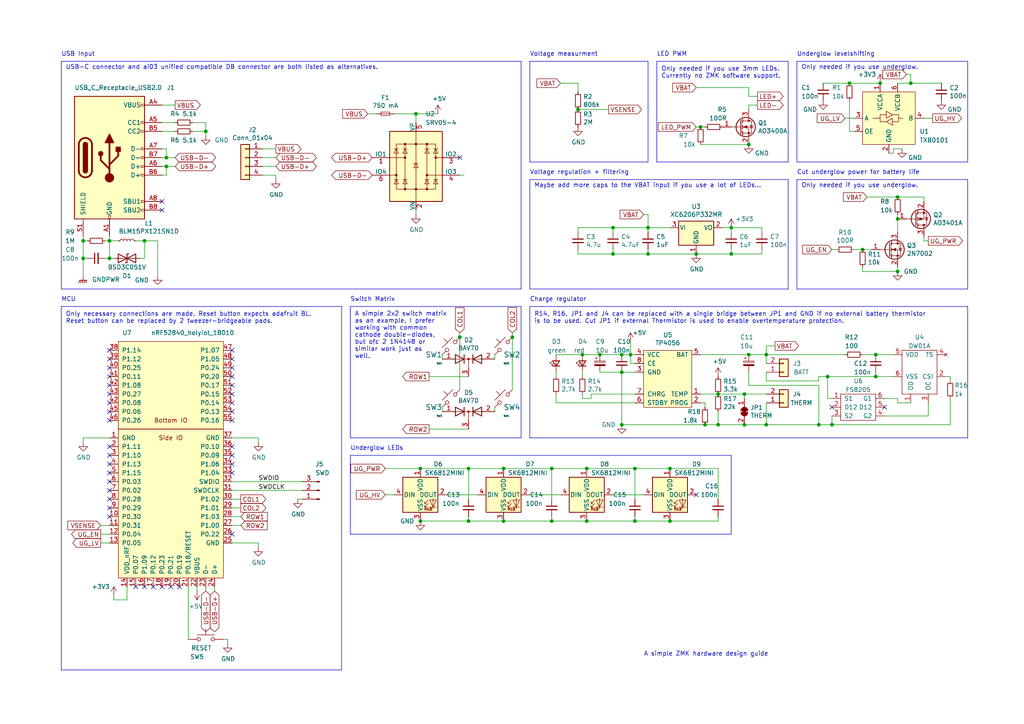
<source format=kicad_sch>
(kicad_sch (version 20211123) (generator eeschema)
  (paper "A4")
  (junction (at 255.27 24.13))
  (junction (at 204.47 123.19))
  (junction (at 208.28 123.19))
  (junction (at 184.15 135.89))
  (junction (at 120.65 33.02))
  (junction (at 212.09 66.04))
  (junction (at 31.75 69.85))
  (junction (at 240.03 109.22))
  (junction (at 24.13 74.93))
  (junction (at 48.26 48.26))
  (junction (at 250.19 72.39))
  (junction (at 217.17 41.91))
  (junction (at 121.92 151.13))
  (junction (at 184.15 151.13))
  (junction (at 260.35 78.74))
  (junction (at 48.26 45.72))
  (junction (at 217.17 102.87))
  (junction (at 170.18 135.89))
  (junction (at 187.96 73.66))
  (junction (at 133.35 97.79))
  (junction (at 241.3 123.19))
  (junction (at 215.9 123.19))
  (junction (at 146.05 135.89))
  (junction (at 222.25 102.87))
  (junction (at 246.38 24.13))
  (junction (at 160.02 151.13))
  (junction (at 182.88 102.87))
  (junction (at 59.69 38.1))
  (junction (at 260.35 57.15))
  (junction (at 168.91 102.87))
  (junction (at 260.35 63.5))
  (junction (at 222.25 123.19))
  (junction (at 31.75 74.93))
  (junction (at 173.99 102.87))
  (junction (at 180.34 123.19))
  (junction (at 148.59 97.79))
  (junction (at 24.13 69.85))
  (junction (at 135.89 135.89))
  (junction (at 177.8 73.66))
  (junction (at 201.93 73.66))
  (junction (at 208.28 114.3))
  (junction (at 146.05 151.13))
  (junction (at 187.96 66.04))
  (junction (at 41.91 69.85))
  (junction (at 212.09 73.66))
  (junction (at 215.9 114.3))
  (junction (at 177.8 66.04))
  (junction (at 135.89 151.13))
  (junction (at 160.02 135.89))
  (junction (at 203.2 36.83))
  (junction (at 180.34 102.87))
  (junction (at 264.16 24.13))
  (junction (at 254 109.22))
  (junction (at 194.31 135.89))
  (junction (at 194.31 151.13))
  (junction (at 121.92 135.89))
  (junction (at 167.64 31.75))
  (junction (at 254 102.87))
  (junction (at 237.49 123.19))
  (junction (at 170.18 151.13))
  (junction (at 180.34 107.95))
  (no_connect (at 41.91 170.18))
  (no_connect (at 44.45 170.18))
  (no_connect (at 46.99 170.18))
  (no_connect (at 49.53 170.18))
  (no_connect (at 52.07 170.18))
  (no_connect (at 39.37 170.18))
  (no_connect (at 256.54 118.11))
  (no_connect (at 201.93 143.51))
  (no_connect (at 31.75 149.86))
  (no_connect (at 133.35 45.72))
  (no_connect (at 46.99 58.42))
  (no_connect (at 241.3 118.11))
  (no_connect (at 46.99 60.96))
  (no_connect (at 67.31 154.94))
  (no_connect (at 67.31 137.16))
  (no_connect (at 67.31 134.62))
  (no_connect (at 67.31 132.08))
  (no_connect (at 67.31 129.54))
  (no_connect (at 67.31 104.14))
  (no_connect (at 67.31 101.6))
  (no_connect (at 31.75 101.6))
  (no_connect (at 67.31 121.92))
  (no_connect (at 67.31 119.38))
  (no_connect (at 31.75 121.92))
  (no_connect (at 31.75 119.38))
  (no_connect (at 67.31 116.84))
  (no_connect (at 67.31 114.3))
  (no_connect (at 67.31 111.76))
  (no_connect (at 67.31 109.22))
  (no_connect (at 67.31 106.68))
  (no_connect (at 31.75 104.14))
  (no_connect (at 31.75 106.68))
  (no_connect (at 31.75 109.22))
  (no_connect (at 31.75 111.76))
  (no_connect (at 31.75 114.3))
  (no_connect (at 31.75 116.84))
  (no_connect (at 31.75 137.16))
  (no_connect (at 31.75 134.62))
  (no_connect (at 31.75 132.08))
  (no_connect (at 31.75 129.54))
  (no_connect (at 31.75 147.32))
  (no_connect (at 31.75 144.78))
  (no_connect (at 31.75 142.24))
  (no_connect (at 31.75 139.7))
  (wire (pts (xy 254 107.95) (xy 254 109.22)))
  (wire (pts (xy 203.2 41.91) (xy 217.17 41.91)))
  (polyline (pts (xy 153.67 52.07) (xy 228.6 52.07)) (stroke (width 0) (type solid)))
  (wire (pts (xy 59.69 170.18) (xy 59.69 171.45)))
  (wire (pts (xy 143.51 118.11) (xy 143.51 119.38)))
  (wire (pts (xy 251.46 57.15) (xy 260.35 57.15)))
  (wire (pts (xy 128.27 118.11) (xy 128.27 119.38)))
  (wire (pts (xy 120.65 33.02) (xy 127 33.02)))
  (wire (pts (xy 45.72 69.85) (xy 45.72 80.01)))
  (wire (pts (xy 180.34 107.95) (xy 184.15 107.95)))
  (polyline (pts (xy 231.14 17.78) (xy 280.67 17.78)) (stroke (width 0) (type solid)))
  (wire (pts (xy 187.96 62.23) (xy 187.96 66.04)))
  (wire (pts (xy 177.8 67.31) (xy 177.8 66.04)))
  (wire (pts (xy 217.17 25.4) (xy 217.17 27.94)))
  (wire (pts (xy 135.89 135.89) (xy 146.05 135.89)))
  (wire (pts (xy 161.29 116.84) (xy 184.15 116.84)))
  (wire (pts (xy 171.45 114.3) (xy 184.15 114.3)))
  (wire (pts (xy 212.09 72.39) (xy 212.09 73.66)))
  (wire (pts (xy 222.25 105.41) (xy 222.25 102.87)))
  (wire (pts (xy 170.18 151.13) (xy 184.15 151.13)))
  (wire (pts (xy 184.15 149.86) (xy 184.15 151.13)))
  (wire (pts (xy 245.11 34.29) (xy 247.65 34.29)))
  (wire (pts (xy 67.31 139.7) (xy 87.63 139.7)))
  (polyline (pts (xy 212.09 154.94) (xy 101.6 154.94)) (stroke (width 0) (type solid)))
  (polyline (pts (xy 231.14 83.82) (xy 280.67 83.82)) (stroke (width 0) (type solid)))
  (wire (pts (xy 48.26 45.72) (xy 46.99 45.72)))
  (wire (pts (xy 260.35 57.15) (xy 267.97 57.15)))
  (wire (pts (xy 209.55 66.04) (xy 212.09 66.04)))
  (wire (pts (xy 29.21 157.48) (xy 31.75 157.48)))
  (wire (pts (xy 59.69 35.56) (xy 59.69 38.1)))
  (polyline (pts (xy 153.67 17.78) (xy 187.96 17.78)) (stroke (width 0) (type solid)))
  (polyline (pts (xy 231.14 52.07) (xy 280.67 52.07)) (stroke (width 0) (type solid)))
  (wire (pts (xy 240.03 115.57) (xy 241.3 115.57)))
  (wire (pts (xy 46.99 38.1) (xy 50.8 38.1)))
  (wire (pts (xy 135.89 151.13) (xy 146.05 151.13)))
  (wire (pts (xy 212.09 67.31) (xy 212.09 66.04)))
  (wire (pts (xy 66.04 186.69) (xy 66.04 185.42)))
  (wire (pts (xy 254 102.87) (xy 259.08 102.87)))
  (wire (pts (xy 201.93 25.4) (xy 217.17 25.4)))
  (wire (pts (xy 184.15 151.13) (xy 194.31 151.13)))
  (wire (pts (xy 31.75 69.85) (xy 34.29 69.85)))
  (wire (pts (xy 161.29 114.3) (xy 161.29 116.84)))
  (polyline (pts (xy 153.67 52.07) (xy 153.67 83.82)) (stroke (width 0) (type solid)))
  (wire (pts (xy 241.3 120.65) (xy 241.3 123.19)))
  (wire (pts (xy 246.38 24.13) (xy 255.27 24.13)))
  (wire (pts (xy 76.2 48.26) (xy 80.01 48.26)))
  (wire (pts (xy 120.65 62.23) (xy 120.65 60.96)))
  (wire (pts (xy 111.76 143.51) (xy 114.3 143.51)))
  (wire (pts (xy 33.02 173.99) (xy 33.02 172.72)))
  (wire (pts (xy 135.89 144.78) (xy 135.89 135.89)))
  (polyline (pts (xy 101.6 88.9) (xy 101.6 127)) (stroke (width 0) (type solid)))
  (wire (pts (xy 24.13 68.58) (xy 24.13 69.85)))
  (wire (pts (xy 184.15 105.41) (xy 182.88 105.41)))
  (wire (pts (xy 30.48 74.93) (xy 31.75 74.93)))
  (wire (pts (xy 220.98 73.66) (xy 220.98 72.39)))
  (wire (pts (xy 264.16 21.59) (xy 264.16 24.13)))
  (wire (pts (xy 180.34 102.87) (xy 182.88 102.87)))
  (polyline (pts (xy 228.6 46.99) (xy 228.6 17.78)) (stroke (width 0) (type solid)))
  (wire (pts (xy 208.28 119.38) (xy 208.28 123.19)))
  (polyline (pts (xy 228.6 52.07) (xy 228.6 83.82)) (stroke (width 0) (type solid)))
  (wire (pts (xy 184.15 144.78) (xy 184.15 135.89)))
  (polyline (pts (xy 151.13 17.78) (xy 151.13 83.82)) (stroke (width 0) (type solid)))
  (polyline (pts (xy 99.06 88.9) (xy 17.78 88.9)) (stroke (width 0) (type solid)))
  (wire (pts (xy 41.91 69.85) (xy 41.91 74.93)))
  (wire (pts (xy 121.92 135.89) (xy 111.76 135.89)))
  (wire (pts (xy 121.92 135.89) (xy 135.89 135.89)))
  (wire (pts (xy 237.49 123.19) (xy 241.3 123.19)))
  (wire (pts (xy 146.05 151.13) (xy 160.02 151.13)))
  (wire (pts (xy 177.8 72.39) (xy 177.8 73.66)))
  (wire (pts (xy 168.91 107.95) (xy 168.91 109.22)))
  (wire (pts (xy 256.54 120.65) (xy 269.24 120.65)))
  (wire (pts (xy 270.51 34.29) (xy 267.97 34.29)))
  (wire (pts (xy 114.3 33.02) (xy 120.65 33.02)))
  (polyline (pts (xy 17.78 194.31) (xy 99.06 194.31)) (stroke (width 0) (type solid)))
  (polyline (pts (xy 190.5 17.78) (xy 228.6 17.78)) (stroke (width 0) (type solid)))
  (wire (pts (xy 260.35 77.47) (xy 260.35 78.74)))
  (wire (pts (xy 177.8 73.66) (xy 167.64 73.66)))
  (wire (pts (xy 187.96 72.39) (xy 187.96 73.66)))
  (wire (pts (xy 237.49 109.22) (xy 240.03 109.22)))
  (wire (pts (xy 240.03 109.22) (xy 240.03 115.57)))
  (wire (pts (xy 167.64 67.31) (xy 167.64 66.04)))
  (wire (pts (xy 194.31 135.89) (xy 208.28 135.89)))
  (wire (pts (xy 201.93 36.83) (xy 203.2 36.83)))
  (wire (pts (xy 182.88 99.06) (xy 182.88 102.87)))
  (wire (pts (xy 76.2 45.72) (xy 80.01 45.72)))
  (wire (pts (xy 74.93 157.48) (xy 67.31 157.48)))
  (wire (pts (xy 148.59 97.79) (xy 148.59 113.03)))
  (wire (pts (xy 46.99 30.48) (xy 50.8 30.48)))
  (wire (pts (xy 204.47 118.11) (xy 204.47 116.84)))
  (wire (pts (xy 186.69 62.23) (xy 187.96 62.23)))
  (wire (pts (xy 241.3 72.39) (xy 242.57 72.39)))
  (wire (pts (xy 275.59 110.49) (xy 275.59 109.22)))
  (polyline (pts (xy 280.67 127) (xy 280.67 88.9)) (stroke (width 0) (type solid)))
  (wire (pts (xy 182.88 105.41) (xy 182.88 102.87)))
  (polyline (pts (xy 17.78 83.82) (xy 17.78 17.78)) (stroke (width 0) (type solid)))
  (wire (pts (xy 31.75 69.85) (xy 31.75 68.58)))
  (wire (pts (xy 267.97 69.85) (xy 267.97 68.58)))
  (wire (pts (xy 160.02 149.86) (xy 160.02 151.13)))
  (wire (pts (xy 208.28 123.19) (xy 215.9 123.19)))
  (wire (pts (xy 224.79 100.33) (xy 222.25 100.33)))
  (wire (pts (xy 250.19 102.87) (xy 254 102.87)))
  (wire (pts (xy 133.35 97.79) (xy 133.35 113.03)))
  (wire (pts (xy 74.93 158.75) (xy 74.93 157.48)))
  (wire (pts (xy 160.02 151.13) (xy 170.18 151.13)))
  (wire (pts (xy 215.9 115.57) (xy 215.9 114.3)))
  (wire (pts (xy 57.15 171.45) (xy 57.15 170.18)))
  (polyline (pts (xy 153.67 88.9) (xy 280.67 88.9)) (stroke (width 0) (type solid)))
  (wire (pts (xy 167.64 31.75) (xy 176.53 31.75)))
  (wire (pts (xy 187.96 73.66) (xy 201.93 73.66)))
  (polyline (pts (xy 280.67 17.78) (xy 280.67 46.99)) (stroke (width 0) (type solid)))
  (wire (pts (xy 260.35 115.57) (xy 260.35 116.84)))
  (wire (pts (xy 66.04 185.42) (xy 64.77 185.42)))
  (wire (pts (xy 76.2 43.18) (xy 80.01 43.18)))
  (wire (pts (xy 173.99 107.95) (xy 180.34 107.95)))
  (wire (pts (xy 36.83 173.99) (xy 36.83 170.18)))
  (wire (pts (xy 168.91 115.57) (xy 171.45 115.57)))
  (wire (pts (xy 69.85 144.78) (xy 67.31 144.78)))
  (wire (pts (xy 208.28 151.13) (xy 208.28 149.86)))
  (wire (pts (xy 264.16 21.59) (xy 262.89 21.59)))
  (wire (pts (xy 46.99 50.8) (xy 48.26 50.8)))
  (polyline (pts (xy 231.14 46.99) (xy 231.14 17.78)) (stroke (width 0) (type solid)))
  (wire (pts (xy 160.02 135.89) (xy 170.18 135.89)))
  (wire (pts (xy 256.54 115.57) (xy 260.35 115.57)))
  (polyline (pts (xy 280.67 46.99) (xy 231.14 46.99)) (stroke (width 0) (type solid)))
  (polyline (pts (xy 151.13 88.9) (xy 151.13 127)) (stroke (width 0) (type solid)))
  (wire (pts (xy 173.99 102.87) (xy 180.34 102.87)))
  (polyline (pts (xy 101.6 154.94) (xy 101.6 132.08)) (stroke (width 0) (type solid)))
  (wire (pts (xy 275.59 115.57) (xy 275.59 123.19)))
  (wire (pts (xy 269.24 120.65) (xy 269.24 116.84)))
  (wire (pts (xy 161.29 107.95) (xy 161.29 109.22)))
  (wire (pts (xy 106.68 33.02) (xy 109.22 33.02)))
  (wire (pts (xy 121.92 151.13) (xy 135.89 151.13)))
  (wire (pts (xy 162.56 24.13) (xy 167.64 24.13)))
  (polyline (pts (xy 187.96 17.78) (xy 187.96 46.99)) (stroke (width 0) (type solid)))
  (wire (pts (xy 80.01 50.8) (xy 80.01 52.07)))
  (wire (pts (xy 31.75 74.93) (xy 33.02 74.93)))
  (wire (pts (xy 167.64 24.13) (xy 167.64 26.67)))
  (wire (pts (xy 48.26 48.26) (xy 50.8 48.26)))
  (polyline (pts (xy 280.67 83.82) (xy 280.67 52.07)) (stroke (width 0) (type solid)))
  (wire (pts (xy 220.98 67.31) (xy 220.98 66.04)))
  (polyline (pts (xy 153.67 127) (xy 280.67 127)) (stroke (width 0) (type solid)))
  (wire (pts (xy 69.85 152.4) (xy 67.31 152.4)))
  (wire (pts (xy 45.72 69.85) (xy 41.91 69.85)))
  (wire (pts (xy 260.35 24.13) (xy 264.16 24.13)))
  (wire (pts (xy 203.2 114.3) (xy 208.28 114.3)))
  (wire (pts (xy 76.2 50.8) (xy 80.01 50.8)))
  (wire (pts (xy 40.64 74.93) (xy 41.91 74.93)))
  (wire (pts (xy 275.59 123.19) (xy 241.3 123.19)))
  (wire (pts (xy 250.19 78.74) (xy 250.19 77.47)))
  (polyline (pts (xy 101.6 88.9) (xy 151.13 88.9)) (stroke (width 0) (type solid)))
  (polyline (pts (xy 228.6 46.99) (xy 190.5 46.99)) (stroke (width 0) (type solid)))
  (wire (pts (xy 33.02 173.99) (xy 36.83 173.99)))
  (wire (pts (xy 46.99 48.26) (xy 48.26 48.26)))
  (wire (pts (xy 30.48 69.85) (xy 31.75 69.85)))
  (polyline (pts (xy 231.14 52.07) (xy 231.14 83.82)) (stroke (width 0) (type solid)))
  (wire (pts (xy 177.8 143.51) (xy 186.69 143.51)))
  (wire (pts (xy 259.08 43.18) (xy 259.08 44.45)))
  (wire (pts (xy 222.25 110.49) (xy 237.49 110.49)))
  (wire (pts (xy 177.8 66.04) (xy 187.96 66.04)))
  (polyline (pts (xy 99.06 194.31) (xy 99.06 88.9)) (stroke (width 0) (type solid)))
  (wire (pts (xy 129.54 143.51) (xy 138.43 143.51)))
  (wire (pts (xy 46.99 35.56) (xy 50.8 35.56)))
  (wire (pts (xy 201.93 73.66) (xy 212.09 73.66)))
  (wire (pts (xy 246.38 29.21) (xy 246.38 38.1)))
  (wire (pts (xy 24.13 69.85) (xy 25.4 69.85)))
  (wire (pts (xy 264.16 24.13) (xy 273.05 24.13)))
  (wire (pts (xy 254 109.22) (xy 240.03 109.22)))
  (wire (pts (xy 180.34 123.19) (xy 204.47 123.19)))
  (wire (pts (xy 74.93 127) (xy 67.31 127)))
  (wire (pts (xy 203.2 36.83) (xy 204.47 36.83)))
  (wire (pts (xy 31.75 127) (xy 24.13 127)))
  (wire (pts (xy 167.64 66.04) (xy 177.8 66.04)))
  (wire (pts (xy 180.34 107.95) (xy 180.34 123.19)))
  (wire (pts (xy 69.85 149.86) (xy 67.31 149.86)))
  (wire (pts (xy 50.8 45.72) (xy 48.26 45.72)))
  (wire (pts (xy 217.17 107.95) (xy 217.17 111.76)))
  (wire (pts (xy 24.13 74.93) (xy 24.13 80.01)))
  (wire (pts (xy 267.97 57.15) (xy 267.97 58.42)))
  (wire (pts (xy 237.49 110.49) (xy 237.49 109.22)))
  (wire (pts (xy 31.75 69.85) (xy 31.75 74.93)))
  (polyline (pts (xy 190.5 17.78) (xy 190.5 46.99)) (stroke (width 0) (type solid)))
  (wire (pts (xy 215.9 114.3) (xy 222.25 114.3)))
  (polyline (pts (xy 153.67 83.82) (xy 228.6 83.82)) (stroke (width 0) (type solid)))
  (wire (pts (xy 187.96 67.31) (xy 187.96 66.04)))
  (wire (pts (xy 275.59 109.22) (xy 274.32 109.22)))
  (wire (pts (xy 160.02 144.78) (xy 160.02 135.89)))
  (wire (pts (xy 222.25 123.19) (xy 237.49 123.19)))
  (wire (pts (xy 208.28 144.78) (xy 208.28 135.89)))
  (wire (pts (xy 168.91 114.3) (xy 168.91 115.57)))
  (polyline (pts (xy 212.09 132.08) (xy 212.09 154.94)) (stroke (width 0) (type solid)))
  (wire (pts (xy 135.89 124.46) (xy 124.46 124.46)))
  (wire (pts (xy 182.88 102.87) (xy 184.15 102.87)))
  (wire (pts (xy 222.25 107.95) (xy 222.25 110.49)))
  (wire (pts (xy 184.15 135.89) (xy 194.31 135.89)))
  (wire (pts (xy 260.35 116.84) (xy 264.16 116.84)))
  (wire (pts (xy 261.62 43.18) (xy 259.08 43.18)))
  (wire (pts (xy 217.17 111.76) (xy 237.49 111.76)))
  (wire (pts (xy 46.99 43.18) (xy 48.26 43.18)))
  (wire (pts (xy 120.65 33.02) (xy 120.65 35.56)))
  (polyline (pts (xy 151.13 83.82) (xy 17.78 83.82)) (stroke (width 0) (type solid)))
  (wire (pts (xy 55.88 35.56) (xy 59.69 35.56)))
  (polyline (pts (xy 17.78 88.9) (xy 17.78 194.31)) (stroke (width 0) (type solid)))
  (wire (pts (xy 41.91 69.85) (xy 39.37 69.85)))
  (wire (pts (xy 133.35 96.52) (xy 133.35 97.79)))
  (wire (pts (xy 24.13 69.85) (xy 24.13 74.93)))
  (wire (pts (xy 237.49 111.76) (xy 237.49 123.19)))
  (wire (pts (xy 59.69 39.37) (xy 59.69 38.1)))
  (wire (pts (xy 217.17 27.94) (xy 219.71 27.94)))
  (polyline (pts (xy 101.6 132.08) (xy 212.09 132.08)) (stroke (width 0) (type solid)))
  (wire (pts (xy 260.35 78.74) (xy 250.19 78.74)))
  (wire (pts (xy 24.13 74.93) (xy 25.4 74.93)))
  (wire (pts (xy 259.08 44.45) (xy 257.81 44.45)))
  (wire (pts (xy 246.38 38.1) (xy 247.65 38.1)))
  (wire (pts (xy 217.17 102.87) (xy 222.25 102.87)))
  (wire (pts (xy 203.2 102.87) (xy 217.17 102.87)))
  (wire (pts (xy 29.21 154.94) (xy 31.75 154.94)))
  (wire (pts (xy 222.25 102.87) (xy 245.11 102.87)))
  (polyline (pts (xy 17.78 17.78) (xy 151.13 17.78)) (stroke (width 0) (type solid)))
  (wire (pts (xy 204.47 123.19) (xy 208.28 123.19)))
  (wire (pts (xy 134.62 50.8) (xy 133.35 50.8)))
  (wire (pts (xy 161.29 102.87) (xy 168.91 102.87)))
  (wire (pts (xy 217.17 30.48) (xy 219.71 30.48)))
  (wire (pts (xy 177.8 73.66) (xy 187.96 73.66)))
  (wire (pts (xy 260.35 67.31) (xy 260.35 63.5)))
  (wire (pts (xy 204.47 116.84) (xy 203.2 116.84)))
  (wire (pts (xy 62.23 170.18) (xy 62.23 171.45)))
  (wire (pts (xy 87.63 142.24) (xy 67.31 142.24)))
  (wire (pts (xy 146.05 135.89) (xy 160.02 135.89)))
  (wire (pts (xy 48.26 43.18) (xy 48.26 45.72)))
  (wire (pts (xy 48.26 50.8) (xy 48.26 48.26)))
  (wire (pts (xy 29.21 152.4) (xy 31.75 152.4)))
  (wire (pts (xy 87.63 144.78) (xy 86.36 144.78)))
  (wire (pts (xy 208.28 114.3) (xy 215.9 114.3)))
  (wire (pts (xy 128.27 102.87) (xy 128.27 104.14)))
  (wire (pts (xy 59.69 38.1) (xy 55.88 38.1)))
  (wire (pts (xy 74.93 128.27) (xy 74.93 127)))
  (wire (pts (xy 54.61 185.42) (xy 54.61 170.18)))
  (wire (pts (xy 168.91 102.87) (xy 173.99 102.87)))
  (polyline (pts (xy 153.67 17.78) (xy 153.67 46.99)) (stroke (width 0) (type solid)))
  (wire (pts (xy 171.45 115.57) (xy 171.45 114.3)))
  (wire (pts (xy 222.25 116.84) (xy 222.25 123.19)))
  (polyline (pts (xy 153.67 88.9) (xy 153.67 127)) (stroke (width 0) (type solid)))
  (wire (pts (xy 24.13 127) (xy 24.13 128.27)))
  (wire (pts (xy 215.9 123.19) (xy 222.25 123.19)))
  (wire (pts (xy 260.35 62.23) (xy 260.35 63.5)))
  (wire (pts (xy 170.18 135.89) (xy 184.15 135.89)))
  (wire (pts (xy 222.25 100.33) (xy 222.25 102.87)))
  (polyline (pts (xy 187.96 46.99) (xy 153.67 46.99)) (stroke (width 0) (type solid)))
  (wire (pts (xy 269.24 69.85) (xy 267.97 69.85)))
  (wire (pts (xy 135.89 109.22) (xy 124.46 109.22)))
  (wire (pts (xy 143.51 102.87) (xy 143.51 104.14)))
  (wire (pts (xy 250.19 72.39) (xy 252.73 72.39)))
  (wire (pts (xy 69.85 147.32) (xy 67.31 147.32)))
  (wire (pts (xy 187.96 66.04) (xy 194.31 66.04)))
  (wire (pts (xy 148.59 96.52) (xy 148.59 97.79)))
  (wire (pts (xy 220.98 66.04) (xy 212.09 66.04)))
  (wire (pts (xy 217.17 30.48) (xy 217.17 31.75)))
  (wire (pts (xy 135.89 149.86) (xy 135.89 151.13)))
  (wire (pts (xy 254 109.22) (xy 259.08 109.22)))
  (wire (pts (xy 167.64 73.66) (xy 167.64 72.39)))
  (polyline (pts (xy 151.13 127) (xy 101.6 127)) (stroke (width 0) (type solid)))
  (wire (pts (xy 247.65 72.39) (xy 250.19 72.39)))
  (wire (pts (xy 194.31 151.13) (xy 208.28 151.13)))
  (wire (pts (xy 153.67 143.51) (xy 162.56 143.51)))
  (wire (pts (xy 246.38 24.13) (xy 238.76 24.13)))
  (wire (pts (xy 212.09 73.66) (xy 220.98 73.66)))
  (text "R14, R16, JP1 and J4 can be replaced with a single bridge between JP1 and GND if no external battery thermistor \nis to be used. Cut JP1 if external Thermistor is used to enable overtemperature protection." (at 154.94 93.98 0) (effects (font (size 1.27 1.27)) (justify left bottom)))
  (text "Voltage measurment" (at 153.67 16.51 0) (effects (font (size 1.27 1.27)) (justify left bottom)))
  (text "Maybe add more caps to the VBAT input if you use a lot of LEDs..." (at 154.94 54.61 0) (effects (font (size 1.27 1.27)) (justify left bottom)))
  (text "Voltage regulation + filtering" (at 153.67 50.8 0) (effects (font (size 1.27 1.27)) (justify left bottom)))
  (text "Only needed if you use 3mm LEDs.\nCurrently no ZMK software support." (at 191.77 22.86 0) (effects (font (size 1.27 1.27)) (justify left bottom)))
  (text "Charge regulator" (at 153.67 87.63 0) (effects (font (size 1.27 1.27)) (justify left bottom)))
  (text "Only necessary connections are made. Reset button expects adafruit BL.\nReset button can be replaced by 2 tweezer-bridgeable pads." (at 19.05 93.98 0) (effects (font (size 1.27 1.27)) (justify left bottom)))
  (text "A simple 2x2 switch matrix \nas an example. I prefer \nworking with common \ncathode double-diodes, \nbut ofc 2 1N4148 or \nsimilar work just as \nwell." (at 102.87 104.14 0) (effects (font (size 1.27 1.27)) (justify left bottom)))
  (text "Cut underglow power for battery life" (at 231.14 50.8 0) (effects (font (size 1.27 1.27)) (justify left bottom)))
  (text "Underglow LEDs" (at 101.6 130.81 0) (effects (font (size 1.27 1.27)) (justify left bottom)))
  (text "Switch Matrix" (at 101.6 87.63 0) (effects (font (size 1.27 1.27)) (justify left bottom)))
  (text "USB-C connector and ai03 unified compatible DB connector are both listed as alternatives." (at 19.05 20.32 0) (effects (font (size 1.27 1.27)) (justify left bottom)))
  (text "MCU" (at 17.78 87.63 0) (effects (font (size 1.27 1.27)) (justify left bottom)))
  (text "Only needed if you use underglow." (at 232.41 54.61 0) (effects (font (size 1.27 1.27)) (justify left bottom)))
  (text "A simple ZMK hardware design guide" (at 186.69 190.5 0) (effects (font (size 1.27 1.27)) (justify left bottom)))
  (text "USB Input" (at 17.78 16.51 0) (effects (font (size 1.27 1.27)) (justify left bottom)))
  (text "Underglow levelshifting" (at 231.14 16.51 0) (effects (font (size 1.27 1.27)) (justify left bottom)))
  (text "Only needed if you use underglow." (at 232.41 20.32 0) (effects (font (size 1.27 1.27)) (justify left bottom)))
  (text "LED PWM" (at 190.5 16.51 0) (effects (font (size 1.27 1.27)) (justify left bottom)))
  (label "SWDCLK" (at 74.93 142.24 0))
  (label "SWDIO" (at 74.93 139.7 0))
  (global_label "COL1" (shape output) (at 69.85 144.78 0) (property "Intersheet References" "${INTERSHEET_REFS}" (effects hide)))
  (global_label "ROW2" (shape output) (at 124.46 124.46 180) (property "Intersheet References" "${INTERSHEET_REFS}" (effects hide)))
  (global_label "UG_HV" (shape input) (at 111.76 143.51 180) (property "Intersheet References" "${INTERSHEET_REFS}" (effects hide)))
  (global_label "UG_EN" (shape output) (at 29.21 154.94 180) (property "Intersheet References" "${INTERSHEET_REFS}" (effects hide)))
  (global_label "COL2" (shape output) (at 69.85 147.32 0) (property "Intersheet References" "${INTERSHEET_REFS}" (effects hide)))
  (global_label "VBUS" (shape input) (at 106.68 33.02 180) (property "Intersheet References" "${INTERSHEET_REFS}" (effects hide)))
  (global_label "LED+" (shape output) (at 219.71 27.94 0) (property "Intersheet References" "${INTERSHEET_REFS}" (effects hide)))
  (global_label "USB-D-" (shape bidirectional) (at 50.8 45.72 0) (property "Intersheet References" "${INTERSHEET_REFS}" (effects hide)))
  (global_label "UG_HV" (shape output) (at 270.51 34.29 0) (property "Intersheet References" "${INTERSHEET_REFS}" (effects hide)))
  (global_label "LED-" (shape output) (at 219.71 30.48 0) (property "Intersheet References" "${INTERSHEET_REFS}" (effects hide)))
  (global_label "VBAT" (shape input) (at 262.89 21.59 180) (property "Intersheet References" "${INTERSHEET_REFS}" (effects hide)))
  (global_label "COL1" (shape input) (at 133.35 96.52 90) (property "Intersheet References" "${INTERSHEET_REFS}" (effects hide)))
  (global_label "USB-D+" (shape bidirectional) (at 50.8 48.26 0) (property "Intersheet References" "${INTERSHEET_REFS}" (effects hide)))
  (global_label "COL2" (shape input) (at 148.59 96.52 90) (property "Intersheet References" "${INTERSHEET_REFS}" (effects hide)))
  (global_label "ROW2" (shape input) (at 69.85 152.4 0) (property "Intersheet References" "${INTERSHEET_REFS}" (effects hide)))
  (global_label "ROW1" (shape input) (at 69.85 149.86 0) (property "Intersheet References" "${INTERSHEET_REFS}" (effects hide)))
  (global_label "VSENSE" (shape output) (at 176.53 31.75 0) (property "Intersheet References" "${INTERSHEET_REFS}" (effects hide)))
  (global_label "ROW1" (shape output) (at 124.46 109.22 180) (property "Intersheet References" "${INTERSHEET_REFS}" (effects hide)))
  (global_label "USB-D-" (shape bidirectional) (at 80.01 45.72 0) (property "Intersheet References" "${INTERSHEET_REFS}" (effects hide)))
  (global_label "VBAT" (shape input) (at 251.46 57.15 180) (property "Intersheet References" "${INTERSHEET_REFS}" (effects hide)))
  (global_label "USB-D+" (shape bidirectional) (at 80.01 48.26 0) (property "Intersheet References" "${INTERSHEET_REFS}" (effects hide)))
  (global_label "VBAT" (shape input) (at 186.69 62.23 180) (property "Intersheet References" "${INTERSHEET_REFS}" (effects hide)))
  (global_label "UG_LV" (shape output) (at 29.21 157.48 180) (property "Intersheet References" "${INTERSHEET_REFS}" (effects hide)))
  (global_label "VBAT" (shape input) (at 162.56 24.13 180) (property "Intersheet References" "${INTERSHEET_REFS}" (effects hide)))
  (global_label "UG_EN" (shape input) (at 241.3 72.39 180) (property "Intersheet References" "${INTERSHEET_REFS}" (effects hide)))
  (global_label "UG_LV" (shape input) (at 245.11 34.29 180) (property "Intersheet References" "${INTERSHEET_REFS}" (effects hide)))
  (global_label "USB-D-" (shape bidirectional) (at 59.69 171.45 270) (property "Intersheet References" "${INTERSHEET_REFS}" (effects hide)))
  (global_label "VBUS" (shape output) (at 50.8 30.48 0) (property "Intersheet References" "${INTERSHEET_REFS}" (effects hide)))
  (global_label "UG_PWR" (shape output) (at 269.24 69.85 0) (property "Intersheet References" "${INTERSHEET_REFS}" (effects hide)))
  (global_label "LED_PWM" (shape input) (at 201.93 36.83 180) (property "Intersheet References" "${INTERSHEET_REFS}" (effects hide)))
  (global_label "USB-D-" (shape bidirectional) (at 107.95 50.8 180) (property "Intersheet References" "${INTERSHEET_REFS}" (effects hide)))
  (global_label "USB-D+" (shape bidirectional) (at 107.95 45.72 180) (property "Intersheet References" "${INTERSHEET_REFS}" (effects hide)))
  (global_label "UG_PWR" (shape input) (at 111.76 135.89 180) (property "Intersheet References" "${INTERSHEET_REFS}" (effects hide)))
  (global_label "VSENSE" (shape input) (at 29.21 152.4 180) (property "Intersheet References" "${INTERSHEET_REFS}" (effects hide)))
  (global_label "VBAT" (shape input) (at 201.93 25.4 180) (property "Intersheet References" "${INTERSHEET_REFS}" (effects hide)))
  (global_label "VBUS" (shape output) (at 80.01 43.18 0) (property "Intersheet References" "${INTERSHEET_REFS}" (effects hide)))
  (global_label "USB-D+" (shape bidirectional) (at 62.23 171.45 270) (property "Intersheet References" "${INTERSHEET_REFS}" (effects hide)))
  (global_label "VBAT" (shape output) (at 224.79 100.33 0) (property "Intersheet References" "${INTERSHEET_REFS}" (effects hide)))
  (symbol (lib_id "power:+3.3V") (at 212.09 66.04 0) (unit 1)
    (property "Reference" "#PWR011" (effects hide))
    (property "Value" "+3.3V" (at 215.9 63.5 0))
  )
  (symbol (lib_id "power:GND") (at 201.93 73.66 0) (unit 1)
    (property "Reference" "#PWR012" (effects hide))
    (property "Value" "GND" (at 202.057 78.0542 0))
  )
  (symbol (lib_id "Regulator_Linear:XC6206PxxxMR") (at 201.93 66.04 0) (unit 1)
    (property "Reference" "U3" (at 201.93 59.8932 0))
    (property "Value" "XC6206P332MR" (at 201.93 62.2046 0))
    (property "Footprint" "Package_TO_SOT_SMD:SOT-23" (effects hide))
    (property "Datasheet" "https://www.torexsemi.com/file/xc6206/XC6206.pdf" (effects hide))
    (property "LCSC" "C5446" (effects hide))
  )
  (symbol (lib_id "Device:C_Small") (at 187.96 69.85 0) (unit 1)
    (property "Reference" "C5" (at 190.2968 68.6816 0) (effects (justify left)))
    (property "Value" "1uF" (at 190.2968 70.993 0) (effects (justify left)))
    (property "Footprint" "Capacitor_SMD:C_0603_1608Metric_Pad1.05x0.95mm_HandSolder" (effects hide))
    (property "LCSC" "C52923" (effects hide))
  )
  (symbol (lib_id "Device:C_Small") (at 212.09 69.85 0) (unit 1)
    (property "Reference" "C6" (at 214.4268 68.6816 0) (effects (justify left)))
    (property "Value" "1uF" (at 214.4268 70.993 0) (effects (justify left)))
    (property "Footprint" "Capacitor_SMD:C_0603_1608Metric_Pad1.05x0.95mm_HandSolder" (effects hide))
    (property "LCSC" "C52923" (effects hide))
  )
  (symbol (lib_id "Device:R_Small") (at 207.01 36.83 90) (mirror x) (unit 1)
    (property "Reference" "R5" (at 210.82 31.75 90) (effects (justify left)))
    (property "Value" "100R" (at 210.82 34.29 90) (effects (justify left)))
    (property "Footprint" "Resistor_SMD:R_0603_1608Metric_Pad1.05x0.95mm_HandSolder" (effects hide))
    (property "LCSC" "C25076" (effects hide))
  )
  (symbol (lib_id "Device:Q_NMOS_GSD") (at 214.63 36.83 0) (unit 1)
    (property "Reference" "Q1" (at 219.837 35.6616 0) (effects (justify left)))
    (property "Value" "AO3400A" (at 219.837 37.973 0) (effects (justify left)))
    (property "Footprint" "Package_TO_SOT_SMD:SOT-23" (effects hide))
    (property "Datasheet" "https://datasheet.lcsc.com/szlcsc/Alpha-Omega-Semicon-AOS-AO3400A_C20917.pdf" (effects hide))
    (property "LCSC" "C20917" (effects hide))
  )
  (symbol (lib_id "power:GND") (at 217.17 41.91 0) (unit 1)
    (property "Reference" "#PWR07" (effects hide))
    (property "Value" "GND" (at 220.98 44.45 0))
  )
  (symbol (lib_id "Device:C_Small") (at 177.8 69.85 0) (unit 1)
    (property "Reference" "C4" (at 180.1368 68.6816 0) (effects (justify left)))
    (property "Value" "4.7uF" (at 180.1368 70.993 0) (effects (justify left)))
    (property "Footprint" "Capacitor_SMD:C_0603_1608Metric_Pad1.05x0.95mm_HandSolder" (effects hide))
    (property "LCSC" "C23733" (effects hide))
  )
  (symbol (lib_id "Device:C_Small") (at 167.64 69.85 0) (unit 1)
    (property "Reference" "C3" (at 169.9768 68.6816 0) (effects (justify left)))
    (property "Value" "4.7u" (at 169.9768 70.993 0) (effects (justify left)))
    (property "Footprint" "Capacitor_SMD:C_0603_1608Metric_Pad1.05x0.95mm_HandSolder" (effects hide))
    (property "LCSC" "C7171" (effects hide))
  )
  (symbol (lib_id "marbastlib-various:nRF52840_holyiot_18010") (at 49.53 133.35 0) (unit 1)
    (property "Reference" "U7" (at 36.83 96.52 0))
    (property "Value" "nRF52840_holyiot_18010" (at 55.88 96.52 0))
    (property "Footprint" "marbastlib-various:nRF52840_holyiot_18010" (effects hide))
    (property "Datasheet" "http://www.holyiot.com/tp/2019042516322180424.pdf" (effects hide))
  )
  (symbol (lib_id "marbastlib-various:TXB0101") (at 257.81 36.83 0) (unit 1)
    (property "Reference" "U1" (at 266.7 38.1 0) (effects (justify left)))
    (property "Value" "TXB0101" (at 266.7 40.64 0) (effects (justify left)))
    (property "Footprint" "Package_TO_SOT_SMD:SOT-363_SC-70-6_Handsoldering" (effects hide))
    (property "Datasheet" "https://datasheet.lcsc.com/szlcsc/Texas-Instruments-TI-TXB0101DCKR_C324081.pdf" (effects hide))
    (property "LCSC" "C324081" (effects hide))
  )
  (symbol (lib_id "power:GND") (at 24.13 128.27 0) (unit 1)
    (property "Reference" "#PWR019" (effects hide))
    (property "Value" "GND" (at 24.257 132.6642 0))
  )
  (symbol (lib_id "power:+3.3V") (at 255.27 24.13 0) (unit 1)
    (property "Reference" "#PWR01" (effects hide))
    (property "Value" "+3.3V" (at 251.46 21.59 0))
  )
  (symbol (lib_id "power:GND") (at 261.62 43.18 0) (unit 1)
    (property "Reference" "#PWR08" (effects hide))
    (property "Value" "GND" (at 265.43 45.72 0))
  )
  (symbol (lib_id "power:GND") (at 86.36 144.78 0) (unit 1)
    (property "Reference" "#PWR021" (effects hide))
    (property "Value" "GND" (at 86.487 149.1742 0))
  )
  (symbol (lib_id "power:+3.3V") (at 33.02 172.72 0) (unit 1)
    (property "Reference" "#PWR025" (effects hide))
    (property "Value" "+3.3V" (at 29.21 170.18 0))
  )
  (symbol (lib_id "Device:R_Small") (at 246.38 26.67 180) (unit 1)
    (property "Reference" "R1" (at 241.3 25.4 0) (effects (justify right)))
    (property "Value" "10k" (at 241.3 27.94 0) (effects (justify right)))
    (property "Footprint" "Resistor_SMD:R_0603_1608Metric_Pad1.05x0.95mm_HandSolder" (effects hide))
  )
  (symbol (lib_id "Device:C_Small") (at 238.76 26.67 0) (unit 1)
    (property "Reference" "C1" (at 232.41 25.4 0) (effects (justify left)))
    (property "Value" "100n" (at 232.41 27.94 0) (effects (justify left)))
    (property "Footprint" "Capacitor_SMD:C_0603_1608Metric_Pad1.05x0.95mm_HandSolder" (effects hide))
  )
  (symbol (lib_id "Device:C_Small") (at 273.05 26.67 0) (unit 1)
    (property "Reference" "C2" (at 275.3868 25.5016 0) (effects (justify left)))
    (property "Value" "100n" (at 275.3868 27.813 0) (effects (justify left)))
    (property "Footprint" "Capacitor_SMD:C_0603_1608Metric_Pad1.05x0.95mm_HandSolder" (effects hide))
  )
  (symbol (lib_id "power:GND") (at 273.05 29.21 0) (unit 1)
    (property "Reference" "#PWR03" (effects hide))
    (property "Value" "GND" (at 276.86 31.75 0))
  )
  (symbol (lib_id "power:GND") (at 238.76 29.21 0) (unit 1)
    (property "Reference" "#PWR02" (effects hide))
    (property "Value" "GND" (at 234.95 31.75 0))
  )
  (symbol (lib_id "Device:R_Small") (at 203.2 39.37 0) (unit 1)
    (property "Reference" "R7" (at 196.85 39.37 0) (effects (justify left)))
    (property "Value" "10k" (at 198.12 41.91 0) (effects (justify left)))
    (property "Footprint" "Resistor_SMD:R_0603_1608Metric_Pad1.05x0.95mm_HandSolder" (effects hide))
    (property "LCSC" "C25744" (effects hide))
  )
  (symbol (lib_id "Connector:Conn_01x03_Male") (at 92.71 142.24 180) (unit 1)
    (property "Reference" "J5" (at 91.44 134.62 0) (effects (justify right)))
    (property "Value" "SWD" (at 91.44 137.16 0) (effects (justify right)))
    (property "Footprint" "Connector_PinHeader_2.54mm:PinHeader_1x03_P2.54mm_Vertical" (effects hide))
  )
  (symbol (lib_id "Transistor_FET:2N7002") (at 257.81 72.39 0) (unit 1)
    (property "Reference" "Q3" (at 262.9916 71.2216 0) (effects (justify left)))
    (property "Value" "2N7002" (at 262.9916 73.533 0) (effects (justify left)))
    (property "Footprint" "Package_TO_SOT_SMD:SOT-23" (effects hide))
    (property "Datasheet" "https://www.onsemi.com/pub/Collateral/NDS7002A-D.PDF" (effects hide))
  )
  (symbol (lib_id "Transistor_FET:AO3401A") (at 265.43 63.5 0) (mirror x) (unit 1)
    (property "Reference" "Q2" (at 270.637 62.3316 0) (effects (justify left)))
    (property "Value" "AO3401A" (at 270.637 64.643 0) (effects (justify left)))
    (property "Footprint" "Package_TO_SOT_SMD:SOT-23" (effects hide))
    (property "Datasheet" "http://www.aosmd.com/pdfs/datasheet/AO3401A.pdf" (effects hide))
  )
  (symbol (lib_id "Device:R_Small") (at 260.35 59.69 180) (unit 1)
    (property "Reference" "R8" (at 255.27 58.42 0) (effects (justify right)))
    (property "Value" "10k" (at 255.27 60.96 0) (effects (justify right)))
    (property "Footprint" "Resistor_SMD:R_0603_1608Metric_Pad1.05x0.95mm_HandSolder" (effects hide))
  )
  (symbol (lib_id "Device:R_Small") (at 250.19 74.93 0) (unit 1)
    (property "Reference" "R11" (at 251.6886 73.7616 0) (effects (justify left)))
    (property "Value" "10k" (at 251.6886 76.073 0) (effects (justify left)))
    (property "Footprint" "Resistor_SMD:R_0603_1608Metric_Pad1.05x0.95mm_HandSolder" (effects hide))
  )
  (symbol (lib_id "Device:R_Small") (at 245.11 72.39 270) (unit 1)
    (property "Reference" "R10" (at 245.11 67.4116 90))
    (property "Value" "100R" (at 245.11 69.723 90))
    (property "Footprint" "Resistor_SMD:R_0603_1608Metric_Pad1.05x0.95mm_HandSolder" (effects hide))
  )
  (symbol (lib_id "power:GND") (at 260.35 78.74 0) (unit 1)
    (property "Reference" "#PWR013" (effects hide))
    (property "Value" "GND" (at 264.16 78.74 0))
  )
  (symbol (lib_id "Device:R_Small") (at 167.64 34.29 0) (unit 1)
    (property "Reference" "R3" (at 169.1386 33.1216 0) (effects (justify left)))
    (property "Value" "2M" (at 169.1386 35.433 0) (effects (justify left)))
    (property "Footprint" "Resistor_SMD:R_0603_1608Metric_Pad1.05x0.95mm_HandSolder" (effects hide))
  )
  (symbol (lib_id "Device:R_Small") (at 167.64 29.21 0) (unit 1)
    (property "Reference" "R2" (at 169.1386 28.0416 0) (effects (justify left)))
    (property "Value" "806k" (at 169.1386 30.353 0) (effects (justify left)))
    (property "Footprint" "Resistor_SMD:R_0603_1608Metric_Pad1.05x0.95mm_HandSolder" (effects hide))
  )
  (symbol (lib_id "power:GND") (at 167.64 36.83 0) (unit 1)
    (property "Reference" "#PWR05" (effects hide))
    (property "Value" "GND" (at 167.767 41.2242 0))
  )
  (symbol (lib_id "Device:C_Small") (at 220.98 69.85 0) (unit 1)
    (property "Reference" "C7" (at 223.3168 68.6816 0) (effects (justify left)))
    (property "Value" "100n" (at 223.3168 70.993 0) (effects (justify left)))
    (property "Footprint" "Capacitor_SMD:C_0603_1608Metric_Pad1.05x0.95mm_HandSolder" (effects hide))
    (property "LCSC" "C52923" (effects hide))
  )
  (symbol (lib_id "Connector:USB_C_Receptacle_USB2.0") (at 31.75 45.72 0) (unit 1)
    (property "Reference" "J1" (at 49.53 25.4 0))
    (property "Value" "USB_C_Receptacle_USB2.0" (at 34.29 25.4 0))
    (property "Footprint" "Connector_USB:USB_C_Receptacle_HRO_TYPE-C-31-M-12" (effects hide))
    (property "Datasheet" "https://www.usb.org/sites/default/files/documents/usb_type-c.zip" (effects hide))
  )
  (symbol (lib_id "Device:R_Small") (at 53.34 35.56 90) (mirror x) (unit 1)
    (property "Reference" "R4" (at 52.07 33.02 90) (effects (justify left)))
    (property "Value" "5.1k" (at 57.15 33.02 90) (effects (justify left)))
    (property "Footprint" "Resistor_SMD:R_0603_1608Metric_Pad1.05x0.95mm_HandSolder" (effects hide))
    (property "LCSC" "C25076" (effects hide))
  )
  (symbol (lib_id "Device:R_Small") (at 53.34 38.1 90) (mirror x) (unit 1)
    (property "Reference" "R6" (at 52.07 40.64 90) (effects (justify left)))
    (property "Value" "5.1k" (at 57.15 40.64 90) (effects (justify left)))
    (property "Footprint" "Resistor_SMD:R_0603_1608Metric_Pad1.05x0.95mm_HandSolder" (effects hide))
    (property "LCSC" "C25076" (effects hide))
  )
  (symbol (lib_id "power:GNDPWR") (at 24.13 80.01 0) (unit 1)
    (property "Reference" "#PWR014" (effects hide))
    (property "Value" "GNDPWR" (at 26.67 81.0767 0) (effects (justify left)))
  )
  (symbol (lib_id "Device:L_Small") (at 36.83 69.85 90) (unit 1)
    (property "Reference" "L1" (at 43.18 64.77 90))
    (property "Value" "BLM15PX121SN1D" (at 43.18 67.0814 90))
    (property "Footprint" "Inductor_SMD:L_0402_1005Metric" (effects hide))
    (property "LCSC" "C88970" (effects hide))
  )
  (symbol (lib_id "Device:D_TVS") (at 36.83 74.93 0) (unit 1)
    (property "Reference" "D1" (at 36.83 80.01 0))
    (property "Value" "BSD3C051V" (at 36.83 77.47 0))
    (property "Footprint" "Diode_SMD:D_SOD-323" (effects hide))
    (property "LCSC" "C151996" (effects hide))
  )
  (symbol (lib_id "power:GND") (at 45.72 80.01 0) (unit 1)
    (property "Reference" "#PWR015" (effects hide))
    (property "Value" "GND" (at 43.18 81.2799 0) (effects (justify right)))
  )
  (symbol (lib_id "Connector_Generic:Conn_01x04") (at 71.12 45.72 0) (mirror y) (unit 1)
    (property "Reference" "J2" (at 73.2028 37.6682 0))
    (property "Value" "Conn_01x04" (at 73.2028 39.9796 0))
    (property "Footprint" "Connector_JST:JST_SH_SM04B-SRSS-TB_1x04-1MP_P1.00mm_Horizontal" (effects hide))
  )
  (symbol (lib_id "power:GND") (at 80.01 52.07 0) (unit 1)
    (property "Reference" "#PWR09" (effects hide))
    (property "Value" "GND" (at 80.137 56.4642 0))
  )
  (symbol (lib_id "Device:Fuse_Small") (at 111.76 33.02 0) (unit 1)
    (property "Reference" "F1" (at 111.76 28.321 0))
    (property "Value" "750 mA" (at 111.76 30.6324 0))
    (property "Footprint" "Fuse:Fuse_0603_1608Metric" (effects hide))
    (property "LCSC" "C20792" (effects hide))
  )
  (symbol (lib_id "power:+5V") (at 57.15 171.45 180) (unit 1)
    (property "Reference" "#PWR024" (effects hide))
    (property "Value" "+5V" (at 56.769 175.8442 0))
  )
  (symbol (lib_id "power:+5V") (at 127 33.02 0) (unit 1)
    (property "Reference" "#PWR04" (effects hide))
    (property "Value" "+5V" (at 127.381 28.6258 0))
  )
  (symbol (lib_id "power:GND") (at 120.65 62.23 0) (unit 1)
    (property "Reference" "#PWR010" (effects hide))
    (property "Value" "GND" (at 120.777 66.6242 0))
  )
  (symbol (lib_id "Switch:SW_Push") (at 59.69 185.42 0) (unit 1)
    (property "Reference" "SW5" (at 57.15 190.5 0))
    (property "Value" "RESET" (at 58.42 187.96 0))
    (property "Footprint" "Button_Switch_SMD:SW_SPST_SKQG_WithStem" (effects hide))
  )
  (symbol (lib_id "power:GND") (at 66.04 186.69 0) (unit 1)
    (property "Reference" "#PWR026" (effects hide))
    (property "Value" "GND" (at 66.167 191.0842 0))
  )
  (symbol (lib_id "power:GND") (at 74.93 128.27 0) (unit 1)
    (property "Reference" "#PWR020" (effects hide))
    (property "Value" "GND" (at 75.057 132.6642 0))
  )
  (symbol (lib_id "power:GND") (at 74.93 158.75 0) (unit 1)
    (property "Reference" "#PWR023" (effects hide))
    (property "Value" "GND" (at 75.057 163.1442 0))
  )
  (symbol (lib_id "marbastlib-various:TP4056") (at 194.31 109.22 0) (unit 1)
    (property "Reference" "U5" (at 193.675 97.155 0))
    (property "Value" "TP4056" (at 193.675 99.4664 0))
    (property "Footprint" "Package_SO:SOP-8-1EP_4.57x4.57mm_P1.27mm_EP4.57x4.45mm" (effects hide))
    (property "Datasheet" "https://datasheet.lcsc.com/szlcsc/1906261508_Nanjing-Extension-Microelectronics-TP4056-42-ESOP8_C16581.pdf" (effects hide))
    (property "LCSC" "C16581" (effects hide))
  )
  (symbol (lib_id "Device:LED_Small") (at 161.29 105.41 90) (unit 1)
    (property "Reference" "D3" (at 160.02 99.06 90) (effects (justify right)))
    (property "Value" "green" (at 158.75 101.6 90) (effects (justify right)))
  )
  (symbol (lib_id "Device:LED_Small") (at 168.91 105.41 90) (unit 1)
    (property "Reference" "D4" (at 167.64 99.06 90) (effects (justify right)))
    (property "Value" "red" (at 166.37 101.6 90) (effects (justify right)))
  )
  (symbol (lib_id "Device:R_Small") (at 161.29 111.76 0) (unit 1)
    (property "Reference" "R13" (at 162.7886 110.5916 0) (effects (justify left)))
    (property "Value" "2.7k" (at 162.7886 112.903 0) (effects (justify left)))
    (property "Footprint" "Resistor_SMD:R_0603_1608Metric_Pad1.05x0.95mm_HandSolder" (effects hide))
  )
  (symbol (lib_id "Device:R_Small") (at 168.91 111.76 0) (unit 1)
    (property "Reference" "R14" (at 170.4086 110.5916 0) (effects (justify left)))
    (property "Value" "2.7k" (at 170.4086 112.903 0) (effects (justify left)))
    (property "Footprint" "Resistor_SMD:R_0603_1608Metric_Pad1.05x0.95mm_HandSolder" (effects hide))
  )
  (symbol (lib_id "Device:CP_Small") (at 173.99 105.41 0) (unit 1)
    (property "Reference" "C9" (at 172.72 99.06 0) (effects (justify left)))
    (property "Value" "10u" (at 172.72 101.6 0) (effects (justify left)))
    (property "Footprint" "Capacitor_Tantalum_SMD:CP_EIA-3216-18_Kemet-A" (effects hide))
    (property "LCSC" "C7171" (effects hide))
  )
  (symbol (lib_id "Device:C_Small") (at 180.34 105.41 0) (unit 1)
    (property "Reference" "C10" (at 179.07 99.06 0) (effects (justify left)))
    (property "Value" "100n" (at 177.8 101.6 0) (effects (justify left)))
    (property "Footprint" "Capacitor_SMD:C_0603_1608Metric" (effects hide))
    (property "LCSC" "C14663" (effects hide))
  )
  (symbol (lib_id "Device:R_Small") (at 204.47 120.65 0) (unit 1)
    (property "Reference" "R18" (at 199.39 119.38 0) (effects (justify left)))
    (property "Value" "1.8k" (at 198.12 121.92 0) (effects (justify left)))
    (property "Footprint" "Resistor_SMD:R_0603_1608Metric_Pad1.05x0.95mm_HandSolder" (effects hide))
  )
  (symbol (lib_id "power:+5V") (at 182.88 99.06 0) (unit 1)
    (property "Reference" "#PWR016" (effects hide))
    (property "Value" "+5V" (at 185.42 96.52 0))
  )
  (symbol (lib_id "Device:CP_Small") (at 217.17 105.41 0) (unit 1)
    (property "Reference" "C11" (at 214.63 97.79 0) (effects (justify left)))
    (property "Value" "10u" (at 214.63 100.33 0) (effects (justify left)))
    (property "Footprint" "Capacitor_Tantalum_SMD:CP_EIA-3216-18_Kemet-A" (effects hide))
    (property "LCSC" "C7171" (effects hide))
  )
  (symbol (lib_id "Connector_Generic:Conn_01x02") (at 227.33 107.95 0) (mirror x) (unit 1)
    (property "Reference" "J3" (at 231.14 105.41 0))
    (property "Value" "BATT" (at 232.41 107.95 0))
    (property "Footprint" "Connector_JST:JST_SH_SM02B-SRSS-TB_1x02-1MP_P1.00mm_Horizontal" (effects hide))
  )
  (symbol (lib_id "Device:R_Small") (at 247.65 102.87 90) (unit 1)
    (property "Reference" "R12" (at 248.92 97.79 90) (effects (justify left)))
    (property "Value" "100" (at 248.92 100.33 90) (effects (justify left)))
    (property "Footprint" "Resistor_SMD:R_0603_1608Metric_Pad1.05x0.95mm_HandSolder" (effects hide))
  )
  (symbol (lib_id "kicad-keyboard-parts:DW01A") (at 266.7 107.95 0) (unit 1)
    (property "Reference" "U4" (at 266.7 97.79 0))
    (property "Value" "DW01A" (at 266.7 100.33 0))
    (property "Footprint" "Package_TO_SOT_SMD:SOT-23-6" (effects hide))
    (property "Datasheet" "https://datasheet.lcsc.com/szlcsc/Fortune-Semicon-DW01A-G_C61503.pdf" (effects hide))
    (property "LCSC" "C61503" (effects hide))
  )
  (symbol (lib_id "Device:C_Small") (at 254 105.41 0) (unit 1)
    (property "Reference" "C12" (at 247.65 105.41 0) (effects (justify left)))
    (property "Value" "100n" (at 247.65 107.95 0) (effects (justify left)))
    (property "Footprint" "Capacitor_SMD:C_0603_1608Metric" (effects hide))
    (property "LCSC" "C14663" (effects hide))
  )
  (symbol (lib_id "Device:R_Small") (at 275.59 113.03 0) (unit 1)
    (property "Reference" "R16" (at 276.86 111.76 0) (effects (justify left)))
    (property "Value" "1k" (at 276.86 114.3 0) (effects (justify left)))
    (property "Footprint" "Resistor_SMD:R_0603_1608Metric_Pad1.05x0.95mm_HandSolder" (effects hide))
  )
  (symbol (lib_id "kicad-keyboard-parts:FS8205") (at 248.92 118.11 0) (unit 1)
    (property "Reference" "U6" (at 248.92 110.49 0))
    (property "Value" "FS8205" (at 248.92 113.03 0))
    (property "Footprint" "Package_TO_SOT_SMD:SOT-23-6" (effects hide))
    (property "Datasheet" "https://datasheet.lcsc.com/szlcsc/Fortune-Semicon-FS8205_C32254.pdf" (effects hide))
    (property "LCSC" "C32254" (effects hide))
  )
  (symbol (lib_id "Connector_Generic:Conn_01x02") (at 227.33 116.84 0) (mirror x) (unit 1)
    (property "Reference" "J4" (at 231.14 114.3 0))
    (property "Value" "THERM" (at 232.41 116.84 0))
    (property "Footprint" "Connector_JST:JST_SH_SM02B-SRSS-TB_1x02-1MP_P1.00mm_Horizontal" (effects hide))
  )
  (symbol (lib_id "Jumper:SolderJumper_2_Bridged") (at 215.9 119.38 270) (unit 1)
    (property "Reference" "JP1" (at 217.6272 118.2116 90) (effects (justify left)))
    (property "Value" "THERM" (at 217.6272 120.523 90) (effects (justify left)))
  )
  (symbol (lib_id "Device:R_Small") (at 208.28 116.84 0) (unit 1)
    (property "Reference" "R17" (at 209.7786 115.6716 0) (effects (justify left)))
    (property "Value" "22k" (at 209.7786 117.983 0) (effects (justify left)))
    (property "Footprint" "Resistor_SMD:R_0603_1608Metric_Pad1.05x0.95mm_HandSolder" (effects hide))
  )
  (symbol (lib_id "Device:R_Small") (at 208.28 111.76 0) (unit 1)
    (property "Reference" "R15" (at 209.7786 110.5916 0) (effects (justify left)))
    (property "Value" "3.3k" (at 209.7786 112.903 0) (effects (justify left)))
    (property "Footprint" "Resistor_SMD:R_0603_1608Metric_Pad1.05x0.95mm_HandSolder" (effects hide))
  )
  (symbol (lib_id "power:+5V") (at 208.28 109.22 0) (unit 1)
    (property "Reference" "#PWR017" (effects hide))
    (property "Value" "+5V" (at 208.661 104.8258 0))
  )
  (symbol (lib_id "power:GND") (at 180.34 123.19 0) (unit 1)
    (property "Reference" "#PWR018" (effects hide))
    (property "Value" "GND" (at 176.53 123.19 0))
  )
  (symbol (lib_id "Diode:BAV70") (at 135.89 104.14 0) (unit 1)
    (property "Reference" "D2" (at 135.89 98.6282 0))
    (property "Value" "BAV70" (at 135.89 100.9396 0))
    (property "Footprint" "Package_TO_SOT_SMD:SOT-23" (effects hide))
    (property "Datasheet" "https://assets.nexperia.com/documents/data-sheet/BAV70_SER.pdf" (effects hide))
  )
  (symbol (lib_id "Diode:BAV70") (at 135.89 119.38 0) (unit 1)
    (property "Reference" "D5" (at 135.89 113.8682 0))
    (property "Value" "BAV70" (at 135.89 116.1796 0))
    (property "Footprint" "Package_TO_SOT_SMD:SOT-23" (effects hide))
    (property "Datasheet" "https://assets.nexperia.com/documents/data-sheet/BAV70_SER.pdf" (effects hide))
  )
  (symbol (lib_id "marbastlib-mx:MX_SW_HS") (at 130.81 100.33 90) (unit 1)
    (property "Reference" "SW1" (at 128.27 102.8701 90) (effects (font (size 1.524 1.524)) (justify left)))
    (property "Value" "SW1" (at 128.27 105.41 90) (effects (font (size 0.508 0.508)) (justify left)))
    (property "Footprint" "marbastlib-mx:SW_MX_HS_1u" (effects hide))
  )
  (symbol (lib_id "marbastlib-mx:MX_SW_HS") (at 146.05 100.33 90) (unit 1)
    (property "Reference" "SW2" (at 146.05 102.8701 90) (effects (font (size 1.524 1.524)) (justify right)))
    (property "Value" "SW2" (at 146.05 105.41 90) (effects (font (size 0.508 0.508)) (justify right)))
    (property "Footprint" "marbastlib-mx:SW_MX_HS_1u" (effects hide))
  )
  (symbol (lib_id "marbastlib-mx:MX_SW_HS") (at 130.81 115.57 90) (unit 1)
    (property "Reference" "SW3" (at 128.27 118.1101 90) (effects (font (size 1.524 1.524)) (justify left)))
    (property "Value" "SW3" (at 128.27 120.65 90) (effects (font (size 0.508 0.508)) (justify left)))
    (property "Footprint" "marbastlib-mx:SW_MX_HS_1u" (effects hide))
  )
  (symbol (lib_id "marbastlib-mx:MX_SW_HS") (at 146.05 115.57 90) (unit 1)
    (property "Reference" "SW4" (at 146.05 118.1101 90) (effects (font (size 1.524 1.524)) (justify right)))
    (property "Value" "SW4" (at 146.05 120.65 90) (effects (font (size 0.508 0.508)) (justify right)))
    (property "Footprint" "marbastlib-mx:SW_MX_HS_1u" (effects hide))
  )
  (symbol (lib_id "marbastlib-various:WS2812B-MINI") (at 121.92 143.51 0) (unit 1)
    (property "Reference" "D6" (at 125.73 134.62 0) (effects (justify left)))
    (property "Value" "SK6812MINI" (at 123.19 137.16 0) (effects (justify left)))
    (property "Footprint" "LED_SMD:LED_WS2812B-MINI_PLCC4_3.5x3.5mm_P1.75mm" (effects hide))
    (property "Datasheet" "https://cdn-shop.adafruit.com/product-files/2686/SK6812MINI_REV.01-1-2.pdf" (effects hide))
  )
  (symbol (lib_id "marbastlib-various:WS2812B-MINI") (at 146.05 143.51 0) (unit 1)
    (property "Reference" "D7" (at 152.4 134.62 0) (effects (justify left)))
    (property "Value" "SK6812MINI" (at 147.32 137.16 0) (effects (justify left)))
    (property "Footprint" "LED_SMD:LED_WS2812B-MINI_PLCC4_3.5x3.5mm_P1.75mm" (effects hide))
    (property "Datasheet" "https://cdn-shop.adafruit.com/product-files/2686/SK6812MINI_REV.01-1-2.pdf" (effects hide))
  )
  (symbol (lib_id "Device:C_Small") (at 135.89 147.32 0) (unit 1)
    (property "Reference" "C13" (at 129.54 143.51 0) (effects (justify left)))
    (property "Value" "100n" (at 128.27 146.05 0) (effects (justify left)))
    (property "Footprint" "Capacitor_SMD:C_0603_1608Metric" (effects hide))
    (property "LCSC" "C14663" (effects hide))
  )
  (symbol (lib_id "Device:C_Small") (at 160.02 147.32 0) (unit 1)
    (property "Reference" "C14" (at 153.67 143.51 0) (effects (justify left)))
    (property "Value" "100n" (at 152.4 146.05 0) (effects (justify left)))
    (property "Footprint" "Capacitor_SMD:C_0603_1608Metric" (effects hide))
    (property "LCSC" "C14663" (effects hide))
  )
  (symbol (lib_id "power:GND") (at 121.92 151.13 0) (unit 1)
    (property "Reference" "#PWR022" (effects hide))
    (property "Value" "GND" (at 118.11 151.13 0))
  )
  (symbol (lib_id "marbastlib-various:WS2812B-MINI") (at 170.18 143.51 0) (unit 1)
    (property "Reference" "D8" (at 173.99 134.62 0) (effects (justify left)))
    (property "Value" "SK6812MINI" (at 171.45 137.16 0) (effects (justify left)))
    (property "Footprint" "LED_SMD:LED_WS2812B-MINI_PLCC4_3.5x3.5mm_P1.75mm" (effects hide))
    (property "Datasheet" "https://cdn-shop.adafruit.com/product-files/2686/SK6812MINI_REV.01-1-2.pdf" (effects hide))
  )
  (symbol (lib_id "marbastlib-various:WS2812B-MINI") (at 194.31 143.51 0) (unit 1)
    (property "Reference" "D9" (at 200.66 134.62 0) (effects (justify left)))
    (property "Value" "SK6812MINI" (at 195.58 137.16 0) (effects (justify left)))
    (property "Footprint" "LED_SMD:LED_WS2812B-MINI_PLCC4_3.5x3.5mm_P1.75mm" (effects hide))
    (property "Datasheet" "https://cdn-shop.adafruit.com/product-files/2686/SK6812MINI_REV.01-1-2.pdf" (effects hide))
  )
  (symbol (lib_id "Device:C_Small") (at 184.15 147.32 0) (unit 1)
    (property "Reference" "C15" (at 177.8 143.51 0) (effects (justify left)))
    (property "Value" "100n" (at 176.53 146.05 0) (effects (justify left)))
    (property "Footprint" "Capacitor_SMD:C_0603_1608Metric" (effects hide))
    (property "LCSC" "C14663" (effects hide))
  )
  (symbol (lib_id "Device:C_Small") (at 208.28 147.32 0) (unit 1)
    (property "Reference" "C16" (at 204.47 140.97 0) (effects (justify left)))
    (property "Value" "100n" (at 203.2 143.51 0) (effects (justify left)))
    (property "Footprint" "Capacitor_SMD:C_0603_1608Metric" (effects hide))
    (property "LCSC" "C14663" (effects hide))
  )
  (symbol (lib_id "power:GND") (at 59.69 39.37 0) (unit 1)
    (property "Reference" "#PWR06" (effects hide))
    (property "Value" "GND" (at 62.23 40.6399 0) (effects (justify left)))
  )
  (symbol (lib_id "Device:R_Small") (at 27.94 69.85 90) (mirror x) (unit 1)
    (property "Reference" "R9" (at 20.32 67.31 90))
    (property "Value" "1M" (at 20.32 69.85 90))
    (property "Footprint" "Resistor_SMD:R_0603_1608Metric_Pad1.05x0.95mm_HandSolder" (effects hide))
    (property "LCSC" "C25076" (effects hide))
  )
  (symbol (lib_id "Device:C_Small") (at 27.94 74.93 90) (unit 1)
    (property "Reference" "C8" (at 20.32 72.39 90))
    (property "Value" "100n" (at 20.32 74.93 90))
    (property "Footprint" "Capacitor_SMD:C_0603_1608Metric_Pad1.05x0.95mm_HandSolder" (effects hide))
    (property "LCSC" "C52923" (effects hide))
  )
  (symbol (lib_id "marbastlib-various:SRV05-4") (at 120.65 48.26 0) (unit 1)
    (property "Reference" "U2" (at 123.4187 33.02 0) (effects (justify left)))
    (property "Value" "SRV05-4" (at 123.4187 35.56 0) (effects (justify left)))
    (property "Footprint" "marbastlib-various:SOT-23-6-routable" (effects hide))
    (property "Datasheet" "http://www.onsemi.com/pub/Collateral/SRV05-4-D.PDF" (effects hide))
  )
)
</source>
